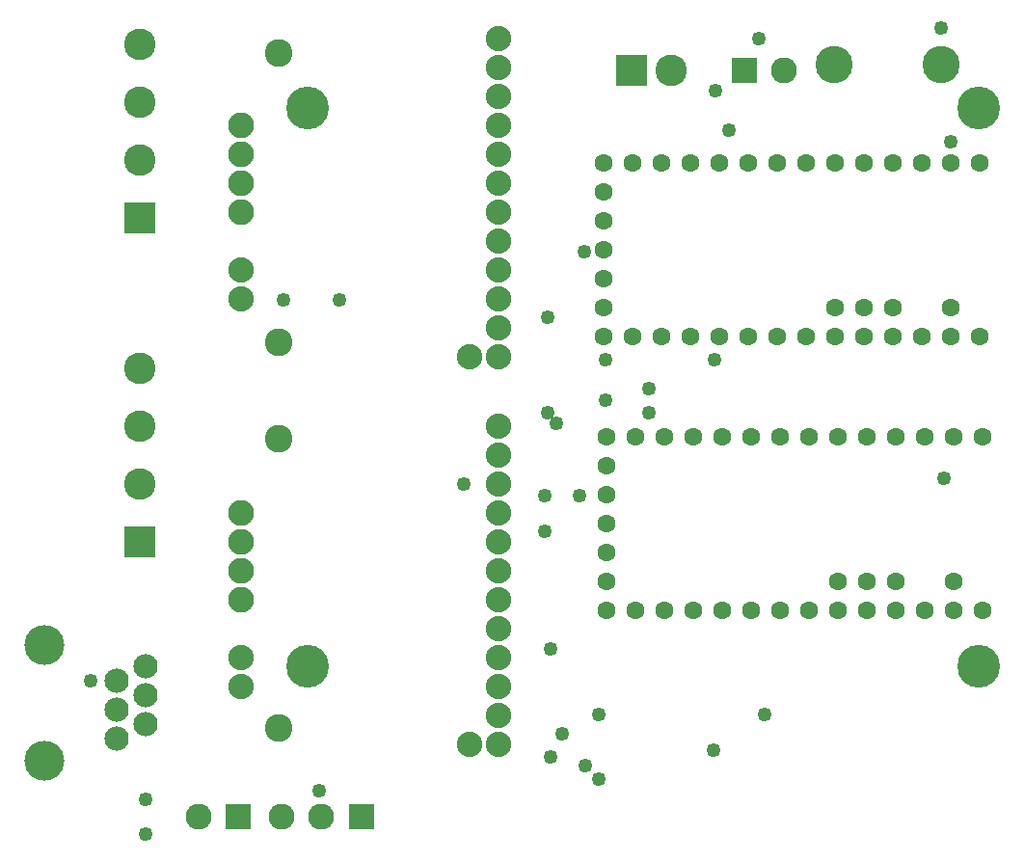
<source format=gts>
G04 MADE WITH FRITZING*
G04 WWW.FRITZING.ORG*
G04 DOUBLE SIDED*
G04 HOLES PLATED*
G04 CONTOUR ON CENTER OF CONTOUR VECTOR*
%ASAXBY*%
%FSLAX23Y23*%
%MOIN*%
%OFA0B0*%
%SFA1.0B1.0*%
%ADD10C,0.089370*%
%ADD11C,0.109055*%
%ADD12C,0.049370*%
%ADD13C,0.147795*%
%ADD14C,0.063000*%
%ADD15C,0.090000*%
%ADD16C,0.128740*%
%ADD17C,0.092000*%
%ADD18C,0.088000*%
%ADD19C,0.095827*%
%ADD20C,0.084000*%
%ADD21C,0.138000*%
%ADD22R,0.109055X0.109055*%
%ADD23R,0.090000X0.090000*%
%ADD24R,0.092000X0.092000*%
%LNMASK1*%
G90*
G70*
G54D10*
X834Y2490D03*
X834Y2390D03*
X834Y2290D03*
X834Y2190D03*
X834Y1150D03*
X834Y1050D03*
X834Y950D03*
X834Y850D03*
G54D11*
X484Y1050D03*
X484Y1250D03*
X484Y1450D03*
X484Y1650D03*
X484Y2170D03*
X484Y2370D03*
X484Y2570D03*
X484Y2770D03*
G54D12*
X2475Y2611D03*
X3263Y1270D03*
X1883Y1210D03*
X1883Y1089D03*
X1945Y389D03*
X1904Y680D03*
X2025Y279D03*
X1904Y309D03*
X2245Y1499D03*
X1924Y1460D03*
X2004Y1210D03*
X1895Y1499D03*
X2094Y1540D03*
X3255Y2829D03*
X1603Y1250D03*
G54D13*
X1064Y2550D03*
X3384Y2550D03*
X1064Y621D03*
X3384Y621D03*
G54D12*
X2624Y2790D03*
X1173Y1888D03*
X980Y1888D03*
X2521Y2475D03*
X3287Y2433D03*
X2470Y1680D03*
X2093Y1680D03*
X2245Y1580D03*
X1893Y1829D03*
X2020Y2054D03*
X2644Y454D03*
X2468Y330D03*
X2069Y454D03*
X2069Y230D03*
G54D14*
X2087Y1760D03*
X2187Y1760D03*
X2287Y1760D03*
X2387Y1760D03*
X2487Y1760D03*
X2587Y1760D03*
X2687Y1760D03*
X2787Y1760D03*
X2887Y1760D03*
X2987Y1760D03*
X3087Y1760D03*
X3187Y1760D03*
X3287Y1760D03*
X3387Y1760D03*
X3287Y1860D03*
X2087Y2360D03*
X2187Y2360D03*
X2287Y2360D03*
X2387Y2360D03*
X2487Y2360D03*
X2587Y2360D03*
X2687Y2360D03*
X2787Y2360D03*
X2887Y2360D03*
X2987Y2360D03*
X3087Y2360D03*
X3187Y2360D03*
X3287Y2360D03*
X3387Y2360D03*
X2987Y1860D03*
X3087Y1860D03*
X2887Y1860D03*
X2087Y2160D03*
X2087Y2260D03*
X2087Y2060D03*
X2087Y1860D03*
X2087Y1960D03*
X2098Y815D03*
X2198Y815D03*
X2298Y815D03*
X2398Y815D03*
X2498Y815D03*
X2598Y815D03*
X2698Y815D03*
X2798Y815D03*
X2898Y815D03*
X2998Y815D03*
X3098Y815D03*
X3198Y815D03*
X3298Y815D03*
X3398Y815D03*
X3298Y915D03*
X2098Y1415D03*
X2198Y1415D03*
X2298Y1415D03*
X2398Y1415D03*
X2498Y1415D03*
X2598Y1415D03*
X2698Y1415D03*
X2798Y1415D03*
X2898Y1415D03*
X2998Y1415D03*
X3098Y1415D03*
X3198Y1415D03*
X3298Y1415D03*
X3398Y1415D03*
X2998Y915D03*
X3098Y915D03*
X2898Y915D03*
X2098Y1215D03*
X2098Y1315D03*
X2098Y1115D03*
X2098Y915D03*
X2098Y1015D03*
G54D15*
X2574Y2680D03*
X2712Y2680D03*
G54D16*
X2884Y2700D03*
X3254Y2700D03*
G54D17*
X3254Y2700D03*
X2886Y2700D03*
G54D18*
X1724Y2790D03*
X1724Y2690D03*
X1724Y2590D03*
X1724Y2490D03*
X1724Y2390D03*
X1724Y2290D03*
X1724Y2190D03*
X1724Y2090D03*
X1724Y1990D03*
X1724Y1890D03*
X1724Y1790D03*
X1724Y1450D03*
X1724Y1350D03*
X1724Y1250D03*
X1724Y1150D03*
X1724Y1050D03*
X1724Y950D03*
X1724Y850D03*
X1724Y750D03*
X1724Y650D03*
X1724Y550D03*
X1724Y450D03*
X834Y1990D03*
X834Y1890D03*
X834Y650D03*
X834Y550D03*
X1724Y1690D03*
X1624Y1690D03*
X1724Y350D03*
X1624Y350D03*
G54D19*
X965Y1409D03*
X964Y2740D03*
X965Y409D03*
X964Y1740D03*
G54D11*
X2184Y2680D03*
X2322Y2680D03*
G54D20*
X504Y620D03*
X404Y570D03*
X504Y520D03*
X404Y470D03*
X504Y420D03*
X404Y370D03*
G54D21*
X154Y695D03*
X154Y295D03*
G54D20*
X504Y620D03*
X404Y570D03*
X504Y520D03*
X404Y470D03*
X504Y420D03*
X404Y370D03*
G54D21*
X154Y695D03*
X154Y295D03*
G54D15*
X1250Y100D03*
X1112Y100D03*
X974Y100D03*
X824Y100D03*
X686Y100D03*
G54D12*
X503Y160D03*
X503Y40D03*
X314Y570D03*
X1103Y190D03*
G54D22*
X484Y1050D03*
X484Y2170D03*
G54D23*
X2574Y2680D03*
G54D24*
X3255Y2700D03*
G54D22*
X2184Y2680D03*
G54D23*
X1250Y100D03*
X824Y100D03*
G04 End of Mask1*
M02*
</source>
